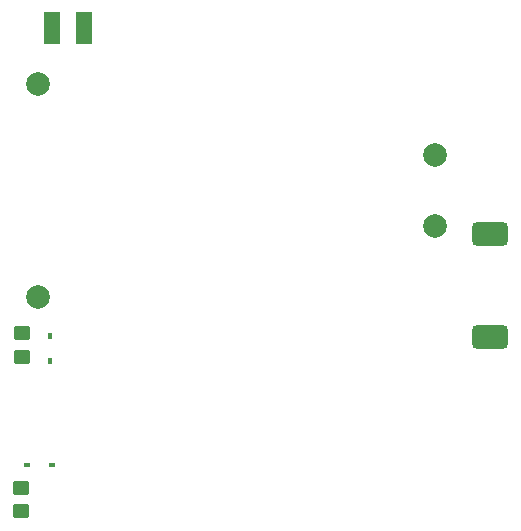
<source format=gtp>
%TF.GenerationSoftware,KiCad,Pcbnew,(7.0.0)*%
%TF.CreationDate,2023-03-27T21:21:58+02:00*%
%TF.ProjectId,220AC-mini-C3-board,32323041-432d-46d6-996e-692d43332d62,rev?*%
%TF.SameCoordinates,Original*%
%TF.FileFunction,Paste,Top*%
%TF.FilePolarity,Positive*%
%FSLAX46Y46*%
G04 Gerber Fmt 4.6, Leading zero omitted, Abs format (unit mm)*
G04 Created by KiCad (PCBNEW (7.0.0)) date 2023-03-27 21:21:58*
%MOMM*%
%LPD*%
G01*
G04 APERTURE LIST*
G04 Aperture macros list*
%AMRoundRect*
0 Rectangle with rounded corners*
0 $1 Rounding radius*
0 $2 $3 $4 $5 $6 $7 $8 $9 X,Y pos of 4 corners*
0 Add a 4 corners polygon primitive as box body*
4,1,4,$2,$3,$4,$5,$6,$7,$8,$9,$2,$3,0*
0 Add four circle primitives for the rounded corners*
1,1,$1+$1,$2,$3*
1,1,$1+$1,$4,$5*
1,1,$1+$1,$6,$7*
1,1,$1+$1,$8,$9*
0 Add four rect primitives between the rounded corners*
20,1,$1+$1,$2,$3,$4,$5,0*
20,1,$1+$1,$4,$5,$6,$7,0*
20,1,$1+$1,$6,$7,$8,$9,0*
20,1,$1+$1,$8,$9,$2,$3,0*%
G04 Aperture macros list end*
%ADD10RoundRect,0.250000X0.450000X-0.350000X0.450000X0.350000X-0.450000X0.350000X-0.450000X-0.350000X0*%
%ADD11R,0.450000X0.600000*%
%ADD12RoundRect,0.514350X1.047750X-0.514350X1.047750X0.514350X-1.047750X0.514350X-1.047750X-0.514350X0*%
%ADD13R,0.600000X0.450000*%
%ADD14R,1.400000X2.700000*%
%ADD15C,2.000000*%
G04 APERTURE END LIST*
D10*
%TO.C,R2*%
X121400000Y-92300000D03*
X121400000Y-90300000D03*
%TD*%
D11*
%TO.C,D2*%
X123749999Y-90549999D03*
X123749999Y-92649999D03*
%TD*%
D10*
%TO.C,R3*%
X121250000Y-105400000D03*
X121250000Y-103400000D03*
%TD*%
D12*
%TO.C,F1*%
X161000000Y-90668800D03*
X161000000Y-81931200D03*
%TD*%
D13*
%TO.C,D1*%
X121799999Y-101499999D03*
X123899999Y-101499999D03*
%TD*%
D14*
%TO.C,L1*%
X123899999Y-64499999D03*
X126599999Y-64499999D03*
%TD*%
D15*
%TO.C,PS1*%
X156300000Y-81250000D03*
X156300000Y-75250000D03*
X122700000Y-87250000D03*
X122700000Y-69250000D03*
%TD*%
M02*

</source>
